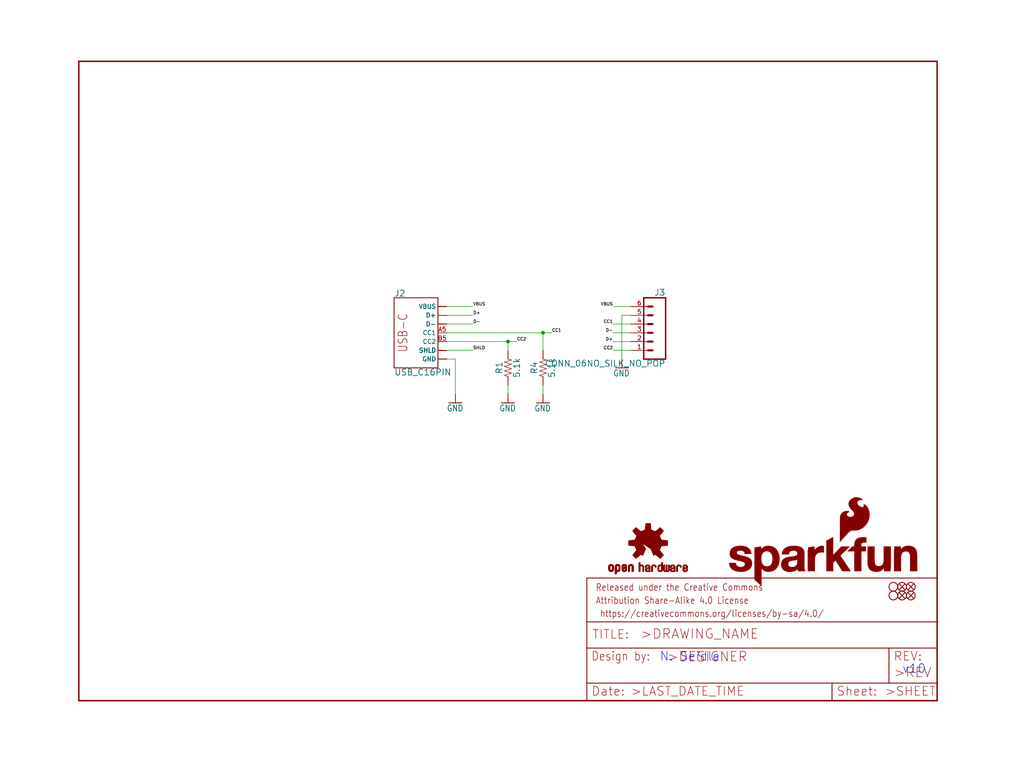
<source format=kicad_sch>
(kicad_sch (version 20211123) (generator eeschema)
  (paper "User" 297.002 223.926)
  (lib_symbols
    (symbol "eagleSchem-eagle-import:5.1KOHM5.1KOHM-0603-1{slash}10W-1%"
      (property "Reference" "R" (at 0 1.524 0))
      (property "Value" "5.1KOHM5.1KOHM-0603-1{slash}10W-1%" (at 0 -1.524 0))
      (symbol "5.1KOHM5.1KOHM-0603-1{slash}10W-1%_1_0"
        (pin passive line (at -5.08 0 0) (length 2.54) (name "1") (number "1"))
        (pin passive line (at 5.08 0 180) (length 2.54) (name "2") (number "2"))
      )
    )
    (symbol "eagleSchem-eagle-import:CONN_06NO_SILK_NO_POP"
      (property "Reference" "J" (at -5.08 10.668 0))
      (property "Value" "CONN_06NO_SILK_NO_POP" (at -5.08 -9.906 0))
      (symbol "CONN_06NO_SILK_NO_POP_1_0"
        (pin passive line (at 5.08 -5.08 180) (length 5.08) (name "1") (number "1"))
        (pin passive line (at 5.08 -2.54 180) (length 5.08) (name "2") (number "2"))
        (pin passive line (at 5.08 0 180) (length 5.08) (name "3") (number "3"))
        (pin passive line (at 5.08 2.54 180) (length 5.08) (name "4") (number "4"))
        (pin passive line (at 5.08 5.08 180) (length 5.08) (name "5") (number "5"))
        (pin passive line (at 5.08 7.62 180) (length 5.08) (name "6") (number "6"))
      )
    )
    (symbol "eagleSchem-eagle-import:FIDUCIAL1X2")
    (symbol "eagleSchem-eagle-import:FRAME-LETTER"
      (symbol "FRAME-LETTER_2_0"
        (text " https://creativecommons.org/licenses/by-sa/4.0/" (at 2.54 24.13 0) (effects (font (size 1.9304 1.6408)) (justify left bottom)))
        (text ">DESIGNER" (at 23.114 11.176 0) (effects (font (size 2.7432 2.7432)) (justify left bottom)))
        (text ">DRAWING_NAME" (at 15.494 17.78 0) (effects (font (size 2.7432 2.7432)) (justify left bottom)))
        (text ">LAST_DATE_TIME" (at 12.7 1.27 0) (effects (font (size 2.54 2.54)) (justify left bottom)))
        (text ">REV" (at 88.9 6.604 0) (effects (font (size 2.7432 2.7432)) (justify left bottom)))
        (text ">SHEET" (at 86.36 1.27 0) (effects (font (size 2.54 2.54)) (justify left bottom)))
        (text "Attribution Share-Alike 4.0 License" (at 2.54 27.94 0) (effects (font (size 1.9304 1.6408)) (justify left bottom)))
        (text "Date:" (at 1.27 1.27 0) (effects (font (size 2.54 2.54)) (justify left bottom)))
        (text "Design by:" (at 1.27 11.43 0) (effects (font (size 2.54 2.159)) (justify left bottom)))
        (text "Released under the Creative Commons" (at 2.54 31.75 0) (effects (font (size 1.9304 1.6408)) (justify left bottom)))
        (text "REV:" (at 88.9 11.43 0) (effects (font (size 2.54 2.54)) (justify left bottom)))
        (text "Sheet:" (at 72.39 1.27 0) (effects (font (size 2.54 2.54)) (justify left bottom)))
        (text "TITLE:" (at 1.524 17.78 0) (effects (font (size 2.54 2.54)) (justify left bottom)))
      )
    )
    (symbol "eagleSchem-eagle-import:GND" (power)
      (property "Value" "GND" (at 0 -0.254 0))
      (symbol "GND_1_0"
        (pin power_in line (at 0 2.54 270) (length 2.54) (name "GND") (number "1"))
      )
    )
    (symbol "eagleSchem-eagle-import:OSHW-LOGOS")
    (symbol "eagleSchem-eagle-import:SFE_LOGO_FLAME.1_INCH")
    (symbol "eagleSchem-eagle-import:SFE_LOGO_NAME_FLAME.1_INCH")
    (symbol "eagleSchem-eagle-import:STAND-OFF")
    (symbol "eagleSchem-eagle-import:USB_C16PIN"
      (property "Reference" "J" (at -2.54 10.414 0))
      (property "Value" "USB_C16PIN" (at -2.54 -12.446 0))
      (symbol "USB_C16PIN_1_0"
        (text "USB-C" (at 0 0 900) (effects (font (size 2.54 2.159))))
        (pin bidirectional line (at 12.7 0 180) (length 2.54) (name "CC1") (number "A5"))
        (pin bidirectional line (at 12.7 5.08 180) (length 2.54) (name "D+") (number "A6"))
        (pin bidirectional line (at 12.7 2.54 180) (length 2.54) (name "D-") (number "A7"))
        (pin bidirectional line (at 12.7 -2.54 180) (length 2.54) (name "CC2") (number "B5"))
        (pin bidirectional line (at 12.7 5.08 180) (length 2.54) (name "D+") (number "B6"))
        (pin bidirectional line (at 12.7 2.54 180) (length 2.54) (name "D-") (number "B7"))
        (pin bidirectional line (at 12.7 -7.62 180) (length 2.54) (name "GND") (number "GND"))
        (pin bidirectional line (at 12.7 -7.62 180) (length 2.54) (name "GND") (number "GND2"))
        (pin bidirectional line (at 12.7 -5.08 180) (length 2.54) (name "SHLD") (number "SHLD1"))
        (pin bidirectional line (at 12.7 -5.08 180) (length 2.54) (name "SHLD") (number "SHLD2"))
        (pin bidirectional line (at 12.7 -5.08 180) (length 2.54) (name "SHLD") (number "SHLD3"))
        (pin bidirectional line (at 12.7 -5.08 180) (length 2.54) (name "SHLD") (number "SHLD4"))
        (pin bidirectional line (at 12.7 -5.08 180) (length 2.54) (name "SHLD") (number "SHLD5"))
        (pin bidirectional line (at 12.7 -5.08 180) (length 2.54) (name "SHLD") (number "SHLD6"))
        (pin bidirectional line (at 12.7 -5.08 180) (length 2.54) (name "SHLD") (number "SHLD7"))
        (pin bidirectional line (at 12.7 -5.08 180) (length 2.54) (name "SHLD") (number "SHLD8"))
        (pin bidirectional line (at 12.7 7.62 180) (length 2.54) (name "VBUS") (number "VBUS1"))
        (pin bidirectional line (at 12.7 7.62 180) (length 2.54) (name "VBUS") (number "VBUS2"))
      )
    )
  )
  (junction (at 157.48 96.52))
  (junction (at 147.32 99.06))
  (wire (pts (xy 129.54 96.52) (xy 157.48 96.52)))
  (wire (pts (xy 129.54 101.6) (xy 137.16 101.6)))
  (wire (pts (xy 147.32 99.06) (xy 147.32 101.6)))
  (wire (pts (xy 182.88 93.98) (xy 177.8 93.98)))
  (wire (pts (xy 129.54 104.14) (xy 132.08 104.14)))
  (wire (pts (xy 147.32 99.06) (xy 149.86 99.06)))
  (wire (pts (xy 182.88 101.6) (xy 177.8 101.6)))
  (wire (pts (xy 182.88 99.06) (xy 177.8 99.06)))
  (wire (pts (xy 182.88 88.9) (xy 177.8 88.9)))
  (wire (pts (xy 157.48 101.6) (xy 157.48 96.52)))
  (wire (pts (xy 157.48 114.3) (xy 157.48 111.76)))
  (wire (pts (xy 180.34 104.14) (xy 180.34 91.44)))
  (wire (pts (xy 129.54 93.98) (xy 137.16 93.98)))
  (wire (pts (xy 182.88 96.52) (xy 177.8 96.52)))
  (wire (pts (xy 129.54 99.06) (xy 147.32 99.06)))
  (wire (pts (xy 182.88 91.44) (xy 180.34 91.44)))
  (wire (pts (xy 157.48 96.52) (xy 160.02 96.52)))
  (wire (pts (xy 129.54 88.9) (xy 137.16 88.9)))
  (wire (pts (xy 129.54 91.44) (xy 137.16 91.44)))
  (wire (pts (xy 132.08 104.14) (xy 132.08 114.3)))
  (wire (pts (xy 147.32 114.3) (xy 147.32 111.76)))
  (text "v10" (at 261.62 195.58 180) (effects (font (size 2.54 2.54)) (justify left bottom)))
  (text "N. Seidle" (at 191.262 192.024 180) (effects (font (size 2.54 2.54)) (justify left bottom)))
  (label "CC2" (at 177.8 101.6 180) (effects (font (size 0.889 0.889))))
  (label "CC2" (at 149.86 99.06 0) (effects (font (size 0.889 0.889))))
  (label "VBUS" (at 177.8 88.9 180) (effects (font (size 0.889 0.889))))
  (label "D-" (at 137.16 93.98 0) (effects (font (size 0.889 0.889))))
  (label "CC1" (at 160.02 96.52 0) (effects (font (size 0.889 0.889))))
  (label "D+" (at 137.16 91.44 0) (effects (font (size 0.889 0.889))))
  (label "CC1" (at 177.8 93.98 180) (effects (font (size 0.889 0.889))))
  (label "D-" (at 177.8 96.52 180) (effects (font (size 0.889 0.889))))
  (label "SHLD" (at 137.16 101.6 0) (effects (font (size 0.889 0.889))))
  (label "VBUS" (at 137.16 88.9 0) (effects (font (size 0.889 0.889))))
  (label "D+" (at 177.8 99.06 180) (effects (font (size 0.889 0.889))))
  (symbol (lib_id "eagleSchem-eagle-import:FRAME-LETTER") (at 22.86 203.2 0) (unit 1)
    (property "Reference" "FRAME1" (effects hide))
    (property "Value" "FRAME-LETTER" (effects hide))
    (property "Footprint" "eagleSchem:CREATIVE_COMMONS" (effects hide))
  )
  (symbol (lib_id "eagleSchem-eagle-import:FIDUCIAL1X2") (at 261.62 172.72 0) (unit 1)
    (property "Reference" "JP3" (effects hide))
    (property "Value" "FIDUCIAL1X2" (effects hide))
    (property "Footprint" "eagleSchem:FIDUCIAL-1X2" (effects hide))
  )
  (symbol (lib_id "eagleSchem-eagle-import:FRAME-LETTER") (at 170.18 203.2 0) (unit 2)
    (property "Reference" "FRAME1" (effects hide))
    (property "Value" "FRAME-LETTER" (effects hide))
    (property "Footprint" "eagleSchem:CREATIVE_COMMONS" (effects hide))
  )
  (symbol (lib_id "eagleSchem-eagle-import:5.1KOHM5.1KOHM-0603-1{slash}10W-1%") (at 157.48 106.68 90) (unit 1)
    (property "Reference" "R4" (at 155.956 106.68 0) (effects (font (size 1.778 1.778)) (justify bottom)))
    (property "Value" "5.1k" (at 159.004 106.68 0) (effects (font (size 1.778 1.778)) (justify top)))
    (property "Footprint" "eagleSchem:0603" (effects hide))
  )
  (symbol (lib_id "eagleSchem-eagle-import:5.1KOHM5.1KOHM-0603-1{slash}10W-1%") (at 147.32 106.68 90) (unit 1)
    (property "Reference" "R1" (at 145.796 106.68 0) (effects (font (size 1.778 1.778)) (justify bottom)))
    (property "Value" "5.1k" (at 148.844 106.68 0) (effects (font (size 1.778 1.778)) (justify top)))
    (property "Footprint" "eagleSchem:0603" (effects hide))
  )
  (symbol (lib_id "eagleSchem-eagle-import:FIDUCIAL1X2") (at 261.62 170.18 0) (unit 1)
    (property "Reference" "JP5" (effects hide))
    (property "Value" "FIDUCIAL1X2" (effects hide))
    (property "Footprint" "eagleSchem:FIDUCIAL-1X2" (effects hide))
  )
  (symbol (lib_id "eagleSchem-eagle-import:GND") (at 132.08 116.84 0) (unit 1)
    (property "Reference" "#GND2" (effects hide))
    (property "Value" "GND" (at 129.54 119.38 0) (effects (font (size 1.778 1.5113)) (justify left bottom)))
    (property "Footprint" "eagleSchem:" (effects hide))
  )
  (symbol (lib_id "eagleSchem-eagle-import:STAND-OFF") (at 259.08 172.72 0) (unit 1)
    (property "Reference" "H2" (effects hide))
    (property "Value" "STAND-OFF" (effects hide))
    (property "Footprint" "eagleSchem:STAND-OFF" (effects hide))
  )
  (symbol (lib_id "eagleSchem-eagle-import:FIDUCIAL1X2") (at 264.16 172.72 0) (unit 1)
    (property "Reference" "JP4" (effects hide))
    (property "Value" "FIDUCIAL1X2" (effects hide))
    (property "Footprint" "eagleSchem:FIDUCIAL-1X2" (effects hide))
  )
  (symbol (lib_id "eagleSchem-eagle-import:SFE_LOGO_FLAME.1_INCH") (at 243.332 157.48 0) (unit 1)
    (property "Reference" "LOGO2" (effects hide))
    (property "Value" "SFE_LOGO_FLAME.1_INCH" (effects hide))
    (property "Footprint" "eagleSchem:SFE_LOGO_FLAME_.1" (effects hide))
  )
  (symbol (lib_id "eagleSchem-eagle-import:STAND-OFF") (at 259.08 170.18 0) (unit 1)
    (property "Reference" "H1" (effects hide))
    (property "Value" "STAND-OFF" (effects hide))
    (property "Footprint" "eagleSchem:STAND-OFF" (effects hide))
  )
  (symbol (lib_id "eagleSchem-eagle-import:USB_C16PIN") (at 116.84 96.52 0) (unit 1)
    (property "Reference" "J2" (at 114.3 86.106 0) (effects (font (size 1.778 1.778)) (justify left bottom)))
    (property "Value" "USB_C16PIN" (at 114.3 108.966 0) (effects (font (size 1.778 1.778)) (justify left bottom)))
    (property "Footprint" "eagleSchem:USB-C-16P" (effects hide))
  )
  (symbol (lib_id "eagleSchem-eagle-import:GND") (at 147.32 116.84 0) (unit 1)
    (property "Reference" "#GND11" (effects hide))
    (property "Value" "GND" (at 144.78 119.38 0) (effects (font (size 1.778 1.5113)) (justify left bottom)))
    (property "Footprint" "eagleSchem:" (effects hide))
  )
  (symbol (lib_id "eagleSchem-eagle-import:CONN_06NO_SILK_NO_POP") (at 187.96 96.52 0) (mirror y) (unit 1)
    (property "Reference" "J3" (at 193.04 85.852 0) (effects (font (size 1.778 1.778)) (justify left bottom)))
    (property "Value" "CONN_06NO_SILK_NO_POP" (at 193.04 106.426 0) (effects (font (size 1.778 1.778)) (justify left bottom)))
    (property "Footprint" "eagleSchem:1X06_NO_SILK" (effects hide))
  )
  (symbol (lib_id "eagleSchem-eagle-import:GND") (at 180.34 106.68 0) (unit 1)
    (property "Reference" "#GND1" (effects hide))
    (property "Value" "GND" (at 177.8 109.22 0) (effects (font (size 1.778 1.5113)) (justify left bottom)))
    (property "Footprint" "eagleSchem:" (effects hide))
  )
  (symbol (lib_id "eagleSchem-eagle-import:SFE_LOGO_NAME_FLAME.1_INCH") (at 210.82 170.18 0) (unit 1)
    (property "Reference" "LOGO4" (effects hide))
    (property "Value" "SFE_LOGO_NAME_FLAME.1_INCH" (effects hide))
    (property "Footprint" "eagleSchem:SFE_LOGO_NAME_FLAME_.1" (effects hide))
  )
  (symbol (lib_id "eagleSchem-eagle-import:GND") (at 157.48 116.84 0) (unit 1)
    (property "Reference" "#GND12" (effects hide))
    (property "Value" "GND" (at 154.94 119.38 0) (effects (font (size 1.778 1.5113)) (justify left bottom)))
    (property "Footprint" "eagleSchem:" (effects hide))
  )
  (symbol (lib_id "eagleSchem-eagle-import:FIDUCIAL1X2") (at 264.16 170.18 0) (unit 1)
    (property "Reference" "JP6" (effects hide))
    (property "Value" "FIDUCIAL1X2" (effects hide))
    (property "Footprint" "eagleSchem:FIDUCIAL-1X2" (effects hide))
  )
  (symbol (lib_id "eagleSchem-eagle-import:OSHW-LOGOS") (at 187.96 157.48 0) (unit 1)
    (property "Reference" "LOGO1" (effects hide))
    (property "Value" "OSHW-LOGOS" (effects hide))
    (property "Footprint" "eagleSchem:OSHW-LOGO-S" (effects hide))
  )
)
</source>
